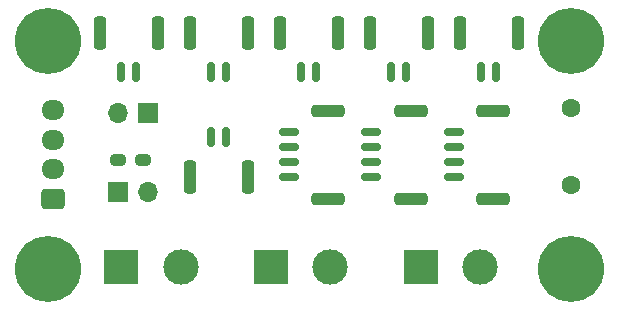
<source format=gts>
G04 #@! TF.GenerationSoftware,KiCad,Pcbnew,7.0.9*
G04 #@! TF.CreationDate,2024-06-29T16:21:15+09:00*
G04 #@! TF.ProjectId,CAN_hab,43414e5f-6861-4622-9e6b-696361645f70,rev?*
G04 #@! TF.SameCoordinates,Original*
G04 #@! TF.FileFunction,Soldermask,Top*
G04 #@! TF.FilePolarity,Negative*
%FSLAX46Y46*%
G04 Gerber Fmt 4.6, Leading zero omitted, Abs format (unit mm)*
G04 Created by KiCad (PCBNEW 7.0.9) date 2024-06-29 16:21:15*
%MOMM*%
%LPD*%
G01*
G04 APERTURE LIST*
G04 Aperture macros list*
%AMRoundRect*
0 Rectangle with rounded corners*
0 $1 Rounding radius*
0 $2 $3 $4 $5 $6 $7 $8 $9 X,Y pos of 4 corners*
0 Add a 4 corners polygon primitive as box body*
4,1,4,$2,$3,$4,$5,$6,$7,$8,$9,$2,$3,0*
0 Add four circle primitives for the rounded corners*
1,1,$1+$1,$2,$3*
1,1,$1+$1,$4,$5*
1,1,$1+$1,$6,$7*
1,1,$1+$1,$8,$9*
0 Add four rect primitives between the rounded corners*
20,1,$1+$1,$2,$3,$4,$5,0*
20,1,$1+$1,$4,$5,$6,$7,0*
20,1,$1+$1,$6,$7,$8,$9,0*
20,1,$1+$1,$8,$9,$2,$3,0*%
G04 Aperture macros list end*
%ADD10R,3.000000X3.000000*%
%ADD11C,3.000000*%
%ADD12RoundRect,0.237500X0.400000X0.237500X-0.400000X0.237500X-0.400000X-0.237500X0.400000X-0.237500X0*%
%ADD13RoundRect,0.150000X-0.150000X-0.700000X0.150000X-0.700000X0.150000X0.700000X-0.150000X0.700000X0*%
%ADD14RoundRect,0.250000X-0.250000X-1.150000X0.250000X-1.150000X0.250000X1.150000X-0.250000X1.150000X0*%
%ADD15C,1.000000*%
%ADD16C,5.600000*%
%ADD17RoundRect,0.150000X0.150000X0.700000X-0.150000X0.700000X-0.150000X-0.700000X0.150000X-0.700000X0*%
%ADD18RoundRect,0.250000X0.250000X1.150000X-0.250000X1.150000X-0.250000X-1.150000X0.250000X-1.150000X0*%
%ADD19RoundRect,0.150000X-0.700000X0.150000X-0.700000X-0.150000X0.700000X-0.150000X0.700000X0.150000X0*%
%ADD20RoundRect,0.250000X-1.150000X0.250000X-1.150000X-0.250000X1.150000X-0.250000X1.150000X0.250000X0*%
%ADD21R,1.700000X1.700000*%
%ADD22O,1.700000X1.700000*%
%ADD23RoundRect,0.250000X0.725000X-0.600000X0.725000X0.600000X-0.725000X0.600000X-0.725000X-0.600000X0*%
%ADD24O,1.950000X1.700000*%
%ADD25C,1.600000*%
G04 APERTURE END LIST*
D10*
X164848000Y-109439000D03*
D11*
X169848000Y-109439000D03*
D12*
X141365000Y-100439000D03*
X139240000Y-100439000D03*
D10*
X152148000Y-109439000D03*
D11*
X157148000Y-109439000D03*
D13*
X170000000Y-92959000D03*
X171250000Y-92959000D03*
D14*
X168150000Y-89609000D03*
X173100000Y-89609000D03*
D13*
X139520000Y-92959000D03*
X140770000Y-92959000D03*
D14*
X137670000Y-89609000D03*
X142620000Y-89609000D03*
D15*
X131090000Y-109589000D03*
X131734370Y-108033370D03*
X131734370Y-111144630D03*
X133290000Y-107389000D03*
D16*
X133290000Y-109589000D03*
D15*
X133290000Y-111789000D03*
X134845630Y-108033370D03*
X134845630Y-111144630D03*
X135490000Y-109589000D03*
D17*
X148390000Y-98451000D03*
X147140000Y-98451000D03*
D18*
X150240000Y-101801000D03*
X145290000Y-101801000D03*
D19*
X160670000Y-98064000D03*
X160670000Y-99314000D03*
X160670000Y-100564000D03*
X160670000Y-101814000D03*
D20*
X164020000Y-96214000D03*
X164020000Y-103664000D03*
D13*
X162380000Y-92959000D03*
X163630000Y-92959000D03*
D14*
X160530000Y-89609000D03*
X165480000Y-89609000D03*
D19*
X167670000Y-98064000D03*
X167670000Y-99314000D03*
X167670000Y-100564000D03*
X167670000Y-101814000D03*
D20*
X171020000Y-96214000D03*
X171020000Y-103664000D03*
D15*
X175390000Y-90289000D03*
X176034370Y-88733370D03*
X176034370Y-91844630D03*
X177590000Y-88089000D03*
D16*
X177590000Y-90289000D03*
D15*
X177590000Y-92489000D03*
X179145630Y-88733370D03*
X179145630Y-91844630D03*
X179790000Y-90289000D03*
D10*
X139528000Y-109439000D03*
D11*
X144528000Y-109439000D03*
D21*
X139240000Y-103124000D03*
D22*
X141780000Y-103124000D03*
D23*
X133740000Y-103689000D03*
D24*
X133740000Y-101189000D03*
X133740000Y-98689000D03*
X133740000Y-96189000D03*
D15*
X175390000Y-109589000D03*
X176034370Y-108033370D03*
X176034370Y-111144630D03*
X177590000Y-107389000D03*
D16*
X177590000Y-109589000D03*
D15*
X177590000Y-111789000D03*
X179145630Y-108033370D03*
X179145630Y-111144630D03*
X179790000Y-109589000D03*
X131120000Y-90289000D03*
X131764370Y-88733370D03*
X131764370Y-91844630D03*
X133320000Y-88089000D03*
D16*
X133320000Y-90289000D03*
D15*
X133320000Y-92489000D03*
X134875630Y-88733370D03*
X134875630Y-91844630D03*
X135520000Y-90289000D03*
D21*
X141780000Y-96439000D03*
D22*
X139240000Y-96439000D03*
D19*
X153670000Y-98064000D03*
X153670000Y-99314000D03*
X153670000Y-100564000D03*
X153670000Y-101814000D03*
D20*
X157020000Y-96214000D03*
X157020000Y-103664000D03*
D13*
X154760000Y-92959000D03*
X156010000Y-92959000D03*
D14*
X152910000Y-89609000D03*
X157860000Y-89609000D03*
D13*
X147140000Y-92959000D03*
X148390000Y-92959000D03*
D14*
X145290000Y-89609000D03*
X150240000Y-89609000D03*
D25*
X177548000Y-96011000D03*
X177548000Y-102511000D03*
M02*

</source>
